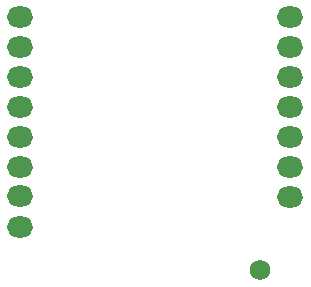
<source format=gbs>
G04*
G04 #@! TF.GenerationSoftware,Altium Limited,Altium Designer,20.1.14 (287)*
G04*
G04 Layer_Color=16711935*
%FSLAX23Y23*%
%MOIN*%
G70*
G04*
G04 #@! TF.SameCoordinates,8A41C755-1FF9-433D-9844-E7126158F4D2*
G04*
G04*
G04 #@! TF.FilePolarity,Negative*
G04*
G01*
G75*
%ADD13O,0.087X0.071*%
%ADD14C,0.068*%
D13*
X139Y920D02*
D03*
Y620D02*
D03*
Y325D02*
D03*
Y420D02*
D03*
Y720D02*
D03*
Y520D02*
D03*
Y220D02*
D03*
Y820D02*
D03*
X1039Y920D02*
D03*
Y320D02*
D03*
Y820D02*
D03*
Y720D02*
D03*
Y620D02*
D03*
Y520D02*
D03*
Y420D02*
D03*
D14*
X939Y78D02*
D03*
M02*

</source>
